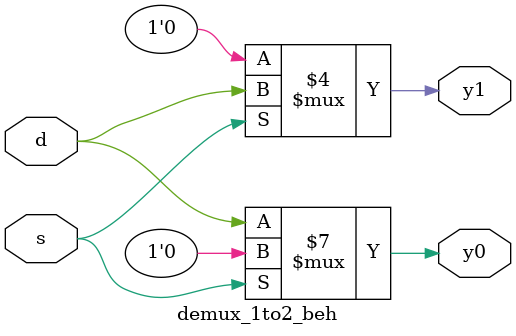
<source format=v>
module demux_1to2_beh (
    input d,
    input s,
    output reg y0,
    output reg y1
);
always @(*) begin
    if (s == 1'b0) begin
        y0 = d;
        y1 = 1'b0;
    end
    else begin
        y0 = 1'b0;
        y1 = d;
    end
end
endmodule

</source>
